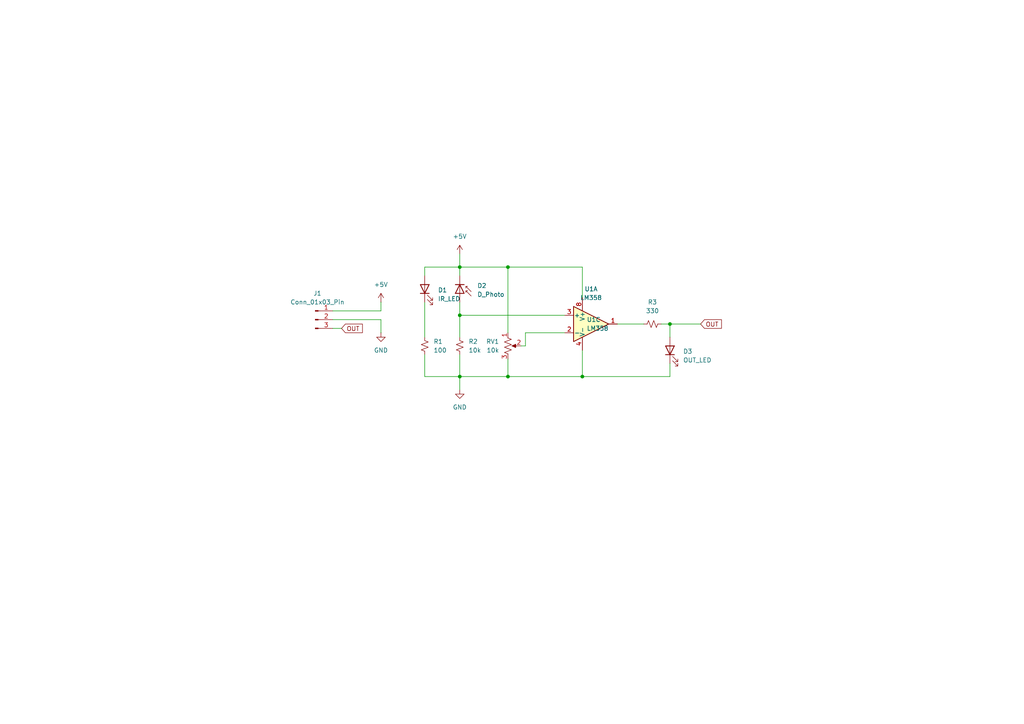
<source format=kicad_sch>
(kicad_sch (version 20250114) (generator "eeschema") (generator_version "9.0")
  (paper "A4")
  (lib_symbols
    (symbol "Amplifier_Operational:LM358" (pin_names (offset 0.127))
      (property "Reference" "U" (at 0 5.08 0))
      (property "Value" "LM358" (at 0 -5.08 0))
      (symbol "LM358_1_1"
        (polyline (pts (xy -5.08 5.08) (xy 5.08 0) (xy -5.08 -5.08) (xy -5.08 5.08)) (stroke (width 0.254)) (fill (type background)))
        (pin input line (at -7.62 2.54 0) (length 2.54) (name "+") (number "3"))
        (pin input line (at -7.62 -2.54 0) (length 2.54) (name "-") (number "2"))
        (pin output line (at 7.62 0 180) (length 2.54) (name "~") (number "1"))
      )
      (symbol "LM358_2_1"
        (polyline (pts (xy -5.08 5.08) (xy 5.08 0) (xy -5.08 -5.08) (xy -5.08 5.08)) (stroke (width 0.254)) (fill (type background)))
        (pin input line (at -7.62 2.54 0) (length 2.54) (name "+") (number "5"))
        (pin input line (at -7.62 -2.54 0) (length 2.54) (name "-") (number "6"))
        (pin output line (at 7.62 0 180) (length 2.54) (name "~") (number "7"))
      )
      (symbol "LM358_3_1"
        (pin power_in line (at -2.54 7.62 270) (length 3.81) (name "V+") (number "8"))
        (pin power_in line (at -2.54 -7.62 90) (length 3.81) (name "V-") (number "4"))
      )
    )
    (symbol "Connector:Conn_01x03_Pin" (pin_names (offset 1.016) (hide yes))
      (property "Reference" "J" (at 0 5.08 0))
      (property "Value" "Conn_01x03_Pin" (at 0 -5.08 0))
      (symbol "Conn_01x03_Pin_1_1"
        (rectangle (start 0.8636 2.667) (end 0 2.413) (stroke (width 0.1524)) (fill (type outline)))
        (rectangle (start 0.8636 0.127) (end 0 -0.127) (stroke (width 0.1524)) (fill (type outline)))
        (rectangle (start 0.8636 -2.413) (end 0 -2.667) (stroke (width 0.1524)) (fill (type outline)))
        (polyline (pts (xy 1.27 2.54) (xy 0.8636 2.54)) (stroke (width 0.1524)))
        (polyline (pts (xy 1.27 0) (xy 0.8636 0)) (stroke (width 0.1524)))
        (polyline (pts (xy 1.27 -2.54) (xy 0.8636 -2.54)) (stroke (width 0.1524)))
        (pin passive line (at 5.08 2.54 180) (length 3.81) (name "Pin_1") (number "1"))
        (pin passive line (at 5.08 0 180) (length 3.81) (name "Pin_2") (number "2"))
        (pin passive line (at 5.08 -2.54 180) (length 3.81) (name "Pin_3") (number "3"))
      )
    )
    (symbol "Device:D_Photo" (pin_numbers (hide yes)) (pin_names (hide yes))
      (property "Reference" "D" (at 0.508 1.778 0))
      (property "Value" "D_Photo" (at -1.016 -2.794 0))
      (symbol "D_Photo_0_1"
        (polyline (pts (xy -2.54 1.27) (xy -2.54 -1.27)) (stroke (width 0.254)))
        (polyline (pts (xy -2.032 1.778) (xy -1.524 1.778)))
        (polyline (pts (xy -0.508 3.302) (xy -2.032 1.778) (xy -2.032 2.286)))
        (polyline (pts (xy 0 0) (xy -2.54 0)))
        (polyline (pts (xy 0 -1.27) (xy 0 1.27) (xy -2.54 0) (xy 0 -1.27)) (stroke (width 0.254)))
        (polyline (pts (xy 0.762 3.302) (xy -0.762 1.778) (xy -0.762 2.286) (xy -0.762 1.778) (xy -0.254 1.778)))
      )
      (symbol "D_Photo_1_1"
        (pin passive line (at -5.08 0 0) (length 2.54) (name "K") (number "1"))
        (pin passive line (at 2.54 0 180) (length 2.54) (name "A") (number "2"))
      )
    )
    (symbol "Device:LED" (pin_numbers (hide yes)) (pin_names (offset 1.016) (hide yes))
      (property "Reference" "D" (at 0 2.54 0))
      (property "Value" "LED" (at 0 -2.54 0))
      (symbol "LED_0_1"
        (polyline (pts (xy -3.048 -0.762) (xy -4.572 -2.286) (xy -3.81 -2.286) (xy -4.572 -2.286) (xy -4.572 -1.524)))
        (polyline (pts (xy -1.778 -0.762) (xy -3.302 -2.286) (xy -2.54 -2.286) (xy -3.302 -2.286) (xy -3.302 -1.524)))
        (polyline (pts (xy -1.27 0) (xy 1.27 0)))
        (polyline (pts (xy -1.27 -1.27) (xy -1.27 1.27)) (stroke (width 0.254)))
        (polyline (pts (xy 1.27 -1.27) (xy 1.27 1.27) (xy -1.27 0) (xy 1.27 -1.27)) (stroke (width 0.254)))
      )
      (symbol "LED_1_1"
        (pin passive line (at -3.81 0 0) (length 2.54) (name "K") (number "1"))
        (pin passive line (at 3.81 0 180) (length 2.54) (name "A") (number "2"))
      )
    )
    (symbol "Device:R_Potentiometer_US" (pin_names (offset 1.016) (hide yes))
      (property "Reference" "RV" (at -4.445 0 90))
      (property "Value" "R_Potentiometer_US" (at -2.54 0 90))
      (symbol "R_Potentiometer_US_0_1"
        (polyline (pts (xy 0 2.54) (xy 0 2.286)))
        (polyline (pts (xy 0 2.286) (xy 1.016 1.905) (xy 0 1.524) (xy -1.016 1.143) (xy 0 0.762)))
        (polyline (pts (xy 0 0.762) (xy 1.016 0.381) (xy 0 0) (xy -1.016 -0.381) (xy 0 -0.762)))
        (polyline (pts (xy 0 -0.762) (xy 1.016 -1.143) (xy 0 -1.524) (xy -1.016 -1.905) (xy 0 -2.286)))
        (polyline (pts (xy 0 -2.286) (xy 0 -2.54)))
        (polyline (pts (xy 1.143 0) (xy 2.286 0.508) (xy 2.286 -0.508) (xy 1.143 0)) (fill (type outline)))
        (polyline (pts (xy 2.54 0) (xy 1.524 0)))
      )
      (symbol "R_Potentiometer_US_1_1"
        (pin passive line (at 0 3.81 270) (length 1.27) (name "1") (number "1"))
        (pin passive line (at 0 -3.81 90) (length 1.27) (name "3") (number "3"))
        (pin passive line (at 3.81 0 180) (length 1.27) (name "2") (number "2"))
      )
    )
    (symbol "Device:R_Small_US" (pin_numbers (hide yes)) (pin_names (offset 0.254) (hide yes))
      (property "Reference" "R" (at 0.762 0.508 0))
      (property "Value" "R_Small_US" (at 0.762 -1.016 0))
      (symbol "R_Small_US_1_1"
        (polyline (pts (xy 0 1.524) (xy 1.016 1.143) (xy 0 0.762) (xy -1.016 0.381) (xy 0 0)))
        (polyline (pts (xy 0 0) (xy 1.016 -0.381) (xy 0 -0.762) (xy -1.016 -1.143) (xy 0 -1.524)))
        (pin passive line (at 0 2.54 270) (length 1.016) (name "~") (number "1"))
        (pin passive line (at 0 -2.54 90) (length 1.016) (name "~") (number "2"))
      )
    )
    (symbol "power:+5V" (power) (pin_numbers (hide yes)) (pin_names (offset 0) (hide yes))
      (property "Value" "+5V" (at 0 3.556 0))
      (symbol "+5V_0_1"
        (polyline (pts (xy -0.762 1.27) (xy 0 2.54)))
        (polyline (pts (xy 0 2.54) (xy 0.762 1.27)))
        (polyline (pts (xy 0 0) (xy 0 2.54)))
      )
      (symbol "+5V_1_1"
        (pin power_in line (at 0 0 90) (length 0) (name "~") (number "1"))
      )
    )
    (symbol "power:GND" (power) (pin_numbers (hide yes)) (pin_names (offset 0) (hide yes))
      (property "Value" "GND" (at 0 -3.81 0))
      (symbol "GND_0_1"
        (polyline (pts (xy 0 0) (xy 0 -1.27) (xy 1.27 -1.27) (xy 0 -2.54) (xy -1.27 -1.27) (xy 0 -1.27)))
      )
      (symbol "GND_1_1"
        (pin power_in line (at 0 0 270) (length 0) (name "~") (number "1"))
      )
    )
  )
  (junction (at 133.35 77.47))
  (junction (at 194.31 93.98))
  (junction (at 133.35 91.44))
  (junction (at 168.91 109.22))
  (junction (at 133.35 109.22))
  (junction (at 147.32 109.22))
  (junction (at 147.32 77.47))
  (wire (pts (xy 147.32 77.47) (xy 147.32 96.52)))
  (wire (pts (xy 133.35 109.22) (xy 147.32 109.22)))
  (wire (pts (xy 133.35 91.44) (xy 133.35 97.79)))
  (wire (pts (xy 194.31 93.98) (xy 203.2 93.98)))
  (wire (pts (xy 191.77 93.98) (xy 194.31 93.98)))
  (wire (pts (xy 133.35 77.47) (xy 147.32 77.47)))
  (wire (pts (xy 168.91 109.22) (xy 194.31 109.22)))
  (wire (pts (xy 110.49 87.63) (xy 110.49 90.17)))
  (wire (pts (xy 133.35 87.63) (xy 133.35 91.44)))
  (wire (pts (xy 147.32 104.14) (xy 147.32 109.22)))
  (wire (pts (xy 96.52 92.71) (xy 110.49 92.71)))
  (wire (pts (xy 123.19 87.63) (xy 123.19 97.79)))
  (wire (pts (xy 168.91 86.36) (xy 168.91 77.47)))
  (wire (pts (xy 133.35 80.01) (xy 133.35 77.47)))
  (wire (pts (xy 133.35 109.22) (xy 133.35 113.03)))
  (wire (pts (xy 151.13 100.33) (xy 152.4 100.33)))
  (wire (pts (xy 152.4 100.33) (xy 152.4 96.52)))
  (wire (pts (xy 133.35 109.22) (xy 123.19 109.22)))
  (wire (pts (xy 133.35 73.66) (xy 133.35 77.47)))
  (wire (pts (xy 123.19 102.87) (xy 123.19 109.22)))
  (wire (pts (xy 194.31 93.98) (xy 194.31 97.79)))
  (wire (pts (xy 96.52 95.25) (xy 99.06 95.25)))
  (wire (pts (xy 133.35 77.47) (xy 123.19 77.47)))
  (wire (pts (xy 152.4 96.52) (xy 163.83 96.52)))
  (wire (pts (xy 147.32 77.47) (xy 168.91 77.47)))
  (wire (pts (xy 147.32 109.22) (xy 168.91 109.22)))
  (wire (pts (xy 96.52 90.17) (xy 110.49 90.17)))
  (wire (pts (xy 123.19 77.47) (xy 123.19 80.01)))
  (wire (pts (xy 110.49 96.52) (xy 110.49 92.71)))
  (wire (pts (xy 168.91 101.6) (xy 168.91 109.22)))
  (wire (pts (xy 133.35 102.87) (xy 133.35 109.22)))
  (wire (pts (xy 133.35 91.44) (xy 163.83 91.44)))
  (wire (pts (xy 179.07 93.98) (xy 186.69 93.98)))
  (wire (pts (xy 194.31 105.41) (xy 194.31 109.22)))
  (global_label "OUT" (shape input) (at 203.2 93.98 0) (property "Intersheetrefs" "${INTERSHEET_REFS}" (effects (hide yes))))
  (global_label "OUT" (shape input) (at 99.06 95.25 0) (property "Intersheetrefs" "${INTERSHEET_REFS}" (effects (hide yes))))
  (symbol (lib_id "Device:D_Photo") (at 133.35 85.09 270) (unit 1)
    (property "Reference" "D2" (at 138.43 82.8674 90) (effects (justify left)))
    (property "Value" "D_Photo" (at 138.43 85.4074 90) (effects (justify left)))
    (property "Footprint" "LED_THT:LED_D5.0mm_Horizontal_O3.81mm_Z3.0mm" (effects (hide yes)))
    (property "Description" "Photodiode" (effects (hide yes)))
  )
  (symbol (lib_id "Amplifier_Operational:LM358") (at 171.45 93.98 0) (unit 3)
    (property "Reference" "U1" (at 170.18 92.7099 0) (effects (justify left)))
    (property "Value" "LM358" (at 170.18 95.2499 0) (effects (justify left)))
    (property "Footprint" "Package_DIP:DIP-8_W7.62mm_SMDSocket_SmallPads" (effects (hide yes)))
    (property "Datasheet" "http://www.ti.com/lit/ds/symlink/lm2904-n.pdf" (effects (hide yes)))
    (property "Description" "Low-Power, Dual Operational Amplifiers, DIP-8/SOIC-8/TO-99-8" (effects (hide yes)))
  )
  (symbol (lib_id "Device:R_Small_US") (at 133.35 100.33 0) (unit 1)
    (property "Reference" "R2" (at 135.89 99.0599 0) (effects (justify left)))
    (property "Value" "10k" (at 135.89 101.5999 0) (effects (justify left)))
    (property "Footprint" "Resistor_SMD:R_1206_3216Metric_Pad1.30x1.75mm_HandSolder" (effects (hide yes)))
    (property "Description" "Resistor, small US symbol" (effects (hide yes)))
  )
  (symbol (lib_id "Device:LED") (at 194.31 101.6 90) (unit 1)
    (property "Reference" "D3" (at 198.12 101.9174 90) (effects (justify right)))
    (property "Value" "OUT_LED" (at 198.12 104.4574 90) (effects (justify right)))
    (property "Footprint" "LED_SMD:LED_1206_3216Metric" (effects (hide yes)))
    (property "Description" "Light emitting diode" (effects (hide yes)))
    (property "Sim.Pins" "1=K 2=A" (effects (hide yes)))
  )
  (symbol (lib_id "power:GND") (at 110.49 96.52 0) (unit 1)
    (property "Reference" "#PWR02" (effects (hide yes)))
    (property "Value" "GND" (at 110.49 101.6 0))
    (property "Description" "Power symbol creates a global label with name \"GND\" , ground" (effects (hide yes)))
  )
  (symbol (lib_id "power:+5V") (at 133.35 73.66 0) (unit 1)
    (property "Reference" "#PWR03" (effects (hide yes)))
    (property "Value" "+5V" (at 133.35 68.58 0))
    (property "Description" "Power symbol creates a global label with name \"+5V\"" (effects (hide yes)))
  )
  (symbol (lib_id "Device:R_Small_US") (at 123.19 100.33 0) (unit 1)
    (property "Reference" "R1" (at 125.73 99.0599 0) (effects (justify left)))
    (property "Value" "100" (at 125.73 101.5999 0) (effects (justify left)))
    (property "Footprint" "Resistor_SMD:R_1206_3216Metric_Pad1.30x1.75mm_HandSolder" (effects (hide yes)))
    (property "Description" "Resistor, small US symbol" (effects (hide yes)))
  )
  (symbol (lib_id "Device:LED") (at 123.19 83.82 90) (unit 1)
    (property "Reference" "D1" (at 127 84.1374 90) (effects (justify right)))
    (property "Value" "IR_LED" (at 127 86.6774 90) (effects (justify right)))
    (property "Footprint" "LED_THT:LED_D5.0mm_Horizontal_O3.81mm_Z3.0mm" (effects (hide yes)))
    (property "Description" "Light emitting diode" (effects (hide yes)))
    (property "Sim.Pins" "1=K 2=A" (effects (hide yes)))
  )
  (symbol (lib_id "power:GND") (at 133.35 113.03 0) (unit 1)
    (property "Reference" "#PWR04" (effects (hide yes)))
    (property "Value" "GND" (at 133.35 118.11 0))
    (property "Description" "Power symbol creates a global label with name \"GND\" , ground" (effects (hide yes)))
  )
  (symbol (lib_id "Amplifier_Operational:LM358") (at 171.45 93.98 0) (unit 1)
    (property "Reference" "U1" (at 171.45 83.82 0))
    (property "Value" "LM358" (at 171.45 86.36 0))
    (property "Footprint" "Package_DIP:DIP-8_W7.62mm_SMDSocket_SmallPads" (effects (hide yes)))
    (property "Datasheet" "http://www.ti.com/lit/ds/symlink/lm2904-n.pdf" (effects (hide yes)))
    (property "Description" "Low-Power, Dual Operational Amplifiers, DIP-8/SOIC-8/TO-99-8" (effects (hide yes)))
  )
  (symbol (lib_id "Device:R_Small_US") (at 189.23 93.98 90) (unit 1)
    (property "Reference" "R3" (at 189.23 87.63 90))
    (property "Value" "330" (at 189.23 90.17 90))
    (property "Footprint" "Resistor_SMD:R_1206_3216Metric_Pad1.30x1.75mm_HandSolder" (effects (hide yes)))
    (property "Description" "Resistor, small US symbol" (effects (hide yes)))
  )
  (symbol (lib_id "power:+5V") (at 110.49 87.63 0) (unit 1)
    (property "Reference" "#PWR01" (effects (hide yes)))
    (property "Value" "+5V" (at 110.49 82.55 0))
    (property "Description" "Power symbol creates a global label with name \"+5V\"" (effects (hide yes)))
  )
  (symbol (lib_id "Connector:Conn_01x03_Pin") (at 91.44 92.71 0) (unit 1)
    (property "Reference" "J1" (at 92.075 85.09 0))
    (property "Value" "Conn_01x03_Pin" (at 92.075 87.63 0))
    (property "Footprint" "Connector_PinHeader_2.54mm:PinHeader_1x03_P2.54mm_Horizontal" (effects (hide yes)))
    (property "Description" "Generic connector, single row, 01x03, script generated" (effects (hide yes)))
  )
  (symbol (lib_id "Device:R_Potentiometer_US") (at 147.32 100.33 0) (unit 1)
    (property "Reference" "RV1" (at 144.78 99.0599 0) (effects (justify right)))
    (property "Value" "10k" (at 144.78 101.5999 0) (effects (justify right)))
    (property "Footprint" "Potentiometer_THT:Potentiometer_Bourns_3266Y_Vertical" (effects (hide yes)))
    (property "Description" "Potentiometer, US symbol" (effects (hide yes)))
  )
)
</source>
